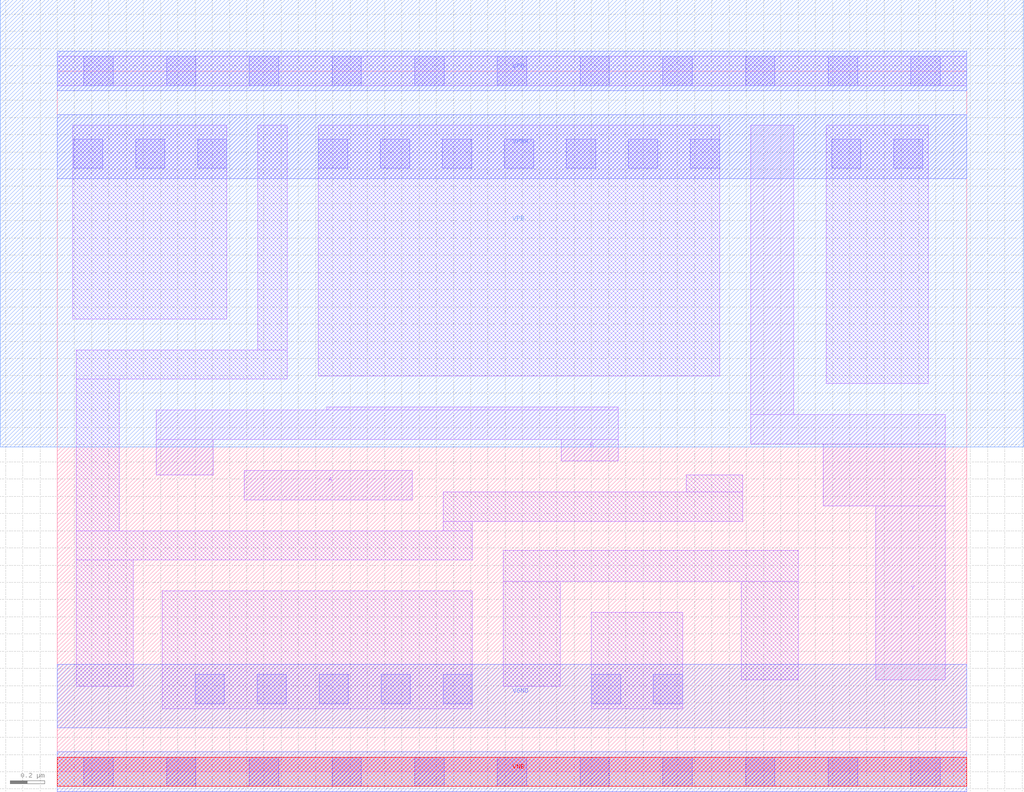
<source format=lef>
# Copyright 2020 The SkyWater PDK Authors
#
# Licensed under the Apache License, Version 2.0 (the "License");
# you may not use this file except in compliance with the License.
# You may obtain a copy of the License at
#
#     https://www.apache.org/licenses/LICENSE-2.0
#
# Unless required by applicable law or agreed to in writing, software
# distributed under the License is distributed on an "AS IS" BASIS,
# WITHOUT WARRANTIES OR CONDITIONS OF ANY KIND, either express or implied.
# See the License for the specific language governing permissions and
# limitations under the License.
#
# SPDX-License-Identifier: Apache-2.0

VERSION 5.7 ;
  NOWIREEXTENSIONATPIN ON ;
  DIVIDERCHAR "/" ;
  BUSBITCHARS "[]" ;
MACRO sky130_fd_sc_hvl__xnor2_1
  CLASS CORE ;
  FOREIGN sky130_fd_sc_hvl__xnor2_1 ;
  ORIGIN  0.000000  0.000000 ;
  SIZE  5.280000 BY  4.070000 ;
  SYMMETRY X Y ;
  SITE unithv ;
  PIN A
    ANTENNAGATEAREA  2.250000 ;
    DIRECTION INPUT ;
    USE SIGNAL ;
    PORT
      LAYER li1 ;
        RECT 1.085000 1.580000 2.060000 1.750000 ;
    END
  END A
  PIN B
    ANTENNAGATEAREA  2.250000 ;
    DIRECTION INPUT ;
    USE SIGNAL ;
    PORT
      LAYER li1 ;
        RECT 0.575000 1.725000 0.905000 1.930000 ;
        RECT 0.575000 1.930000 3.255000 2.100000 ;
        RECT 1.565000 2.100000 3.255000 2.120000 ;
        RECT 2.925000 1.805000 3.255000 1.930000 ;
    END
  END B
  PIN Y
    ANTENNADIFFAREA  1.481250 ;
    DIRECTION OUTPUT ;
    USE SIGNAL ;
    PORT
      LAYER li1 ;
        RECT 4.025000 1.905000 5.155000 2.075000 ;
        RECT 4.025000 2.075000 4.275000 3.755000 ;
        RECT 4.445000 1.545000 5.155000 1.905000 ;
        RECT 4.750000 0.535000 5.155000 1.545000 ;
    END
  END Y
  PIN VGND
    DIRECTION INOUT ;
    USE GROUND ;
    PORT
      LAYER met1 ;
        RECT 0.000000 0.255000 5.280000 0.625000 ;
    END
  END VGND
  PIN VNB
    DIRECTION INOUT ;
    USE GROUND ;
    PORT
      LAYER met1 ;
        RECT 0.000000 -0.115000 5.280000 0.115000 ;
      LAYER pwell ;
        RECT 0.000000 -0.085000 5.280000 0.085000 ;
    END
  END VNB
  PIN VPB
    DIRECTION INOUT ;
    USE POWER ;
    PORT
      LAYER met1 ;
        RECT 0.000000 3.955000 5.280000 4.185000 ;
      LAYER nwell ;
        RECT -0.330000 1.885000 5.610000 4.485000 ;
    END
  END VPB
  PIN VPWR
    DIRECTION INOUT ;
    USE POWER ;
    PORT
      LAYER met1 ;
        RECT 0.000000 3.445000 5.280000 3.815000 ;
    END
  END VPWR
  OBS
    LAYER li1 ;
      RECT 0.000000 -0.085000 5.280000 0.085000 ;
      RECT 0.000000  3.985000 5.280000 4.155000 ;
      RECT 0.090000  2.630000 0.985000 3.755000 ;
      RECT 0.110000  0.495000 0.440000 1.230000 ;
      RECT 0.110000  1.230000 2.410000 1.400000 ;
      RECT 0.110000  1.400000 0.360000 2.280000 ;
      RECT 0.110000  2.280000 1.335000 2.450000 ;
      RECT 0.610000  0.365000 2.410000 1.050000 ;
      RECT 1.165000  2.450000 1.335000 3.755000 ;
      RECT 1.515000  2.300000 3.845000 3.755000 ;
      RECT 2.240000  1.400000 2.410000 1.455000 ;
      RECT 2.240000  1.455000 3.980000 1.625000 ;
      RECT 2.590000  0.495000 2.920000 1.105000 ;
      RECT 2.590000  1.105000 4.300000 1.285000 ;
      RECT 3.100000  0.365000 3.630000 0.925000 ;
      RECT 3.650000  1.625000 3.980000 1.725000 ;
      RECT 3.970000  0.535000 4.300000 1.105000 ;
      RECT 4.465000  2.255000 5.055000 3.755000 ;
    LAYER mcon ;
      RECT 0.095000  3.505000 0.265000 3.675000 ;
      RECT 0.155000 -0.085000 0.325000 0.085000 ;
      RECT 0.155000  3.985000 0.325000 4.155000 ;
      RECT 0.455000  3.505000 0.625000 3.675000 ;
      RECT 0.635000 -0.085000 0.805000 0.085000 ;
      RECT 0.635000  3.985000 0.805000 4.155000 ;
      RECT 0.800000  0.395000 0.970000 0.565000 ;
      RECT 0.815000  3.505000 0.985000 3.675000 ;
      RECT 1.115000 -0.085000 1.285000 0.085000 ;
      RECT 1.115000  3.985000 1.285000 4.155000 ;
      RECT 1.160000  0.395000 1.330000 0.565000 ;
      RECT 1.515000  3.505000 1.685000 3.675000 ;
      RECT 1.520000  0.395000 1.690000 0.565000 ;
      RECT 1.595000 -0.085000 1.765000 0.085000 ;
      RECT 1.595000  3.985000 1.765000 4.155000 ;
      RECT 1.875000  3.505000 2.045000 3.675000 ;
      RECT 1.880000  0.395000 2.050000 0.565000 ;
      RECT 2.075000 -0.085000 2.245000 0.085000 ;
      RECT 2.075000  3.985000 2.245000 4.155000 ;
      RECT 2.235000  3.505000 2.405000 3.675000 ;
      RECT 2.240000  0.395000 2.410000 0.565000 ;
      RECT 2.555000 -0.085000 2.725000 0.085000 ;
      RECT 2.555000  3.985000 2.725000 4.155000 ;
      RECT 2.595000  3.505000 2.765000 3.675000 ;
      RECT 2.955000  3.505000 3.125000 3.675000 ;
      RECT 3.035000 -0.085000 3.205000 0.085000 ;
      RECT 3.035000  3.985000 3.205000 4.155000 ;
      RECT 3.100000  0.395000 3.270000 0.565000 ;
      RECT 3.315000  3.505000 3.485000 3.675000 ;
      RECT 3.460000  0.395000 3.630000 0.565000 ;
      RECT 3.515000 -0.085000 3.685000 0.085000 ;
      RECT 3.515000  3.985000 3.685000 4.155000 ;
      RECT 3.675000  3.505000 3.845000 3.675000 ;
      RECT 3.995000 -0.085000 4.165000 0.085000 ;
      RECT 3.995000  3.985000 4.165000 4.155000 ;
      RECT 4.475000 -0.085000 4.645000 0.085000 ;
      RECT 4.475000  3.985000 4.645000 4.155000 ;
      RECT 4.495000  3.505000 4.665000 3.675000 ;
      RECT 4.855000  3.505000 5.025000 3.675000 ;
      RECT 4.955000 -0.085000 5.125000 0.085000 ;
      RECT 4.955000  3.985000 5.125000 4.155000 ;
  END
END sky130_fd_sc_hvl__xnor2_1
END LIBRARY

</source>
